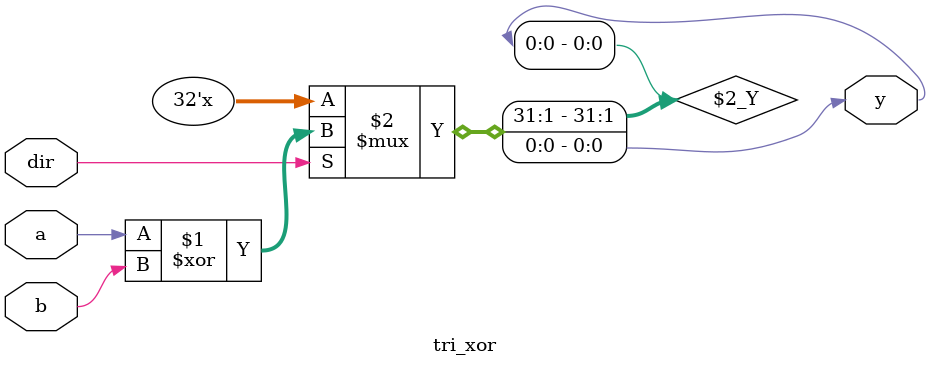
<source format=v>
module tri_xor(a,b,dir,y);
input a,b,dir;
output tri y;


assign y = dir ? (a ^b) : 'bz; 

//conditonal operator
// out = <exp> ? true : false;
//out = (a == 10) ? 10 : 20;
//in testbench i will pass value of "a" as 10
//	out = 10
//in testbench i will pass value of "a" as 1
// out = 20
// conditonal operator and if -else statemnt both are same in operation
// only difference is we can use conditonal operation outside procedural blocks using assign key word
// were as if -else statement should be used inside procedural blocks
endmodule

</source>
